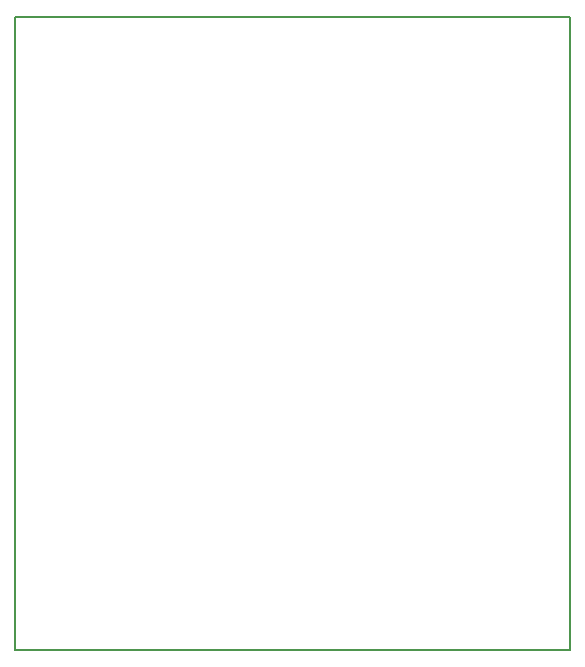
<source format=gbo>
G04 MADE WITH FRITZING*
G04 WWW.FRITZING.ORG*
G04 DOUBLE SIDED*
G04 HOLES PLATED*
G04 CONTOUR ON CENTER OF CONTOUR VECTOR*
%ASAXBY*%
%FSLAX23Y23*%
%MOIN*%
%OFA0B0*%
%SFA1.0B1.0*%
%ADD10R,1.858240X2.119220X1.842240X2.103220*%
%ADD11C,0.008000*%
%LNSILK0*%
G90*
G70*
G54D11*
X4Y2115D02*
X1854Y2115D01*
X1854Y4D01*
X4Y4D01*
X4Y2115D01*
D02*
G04 End of Silk0*
M02*
</source>
